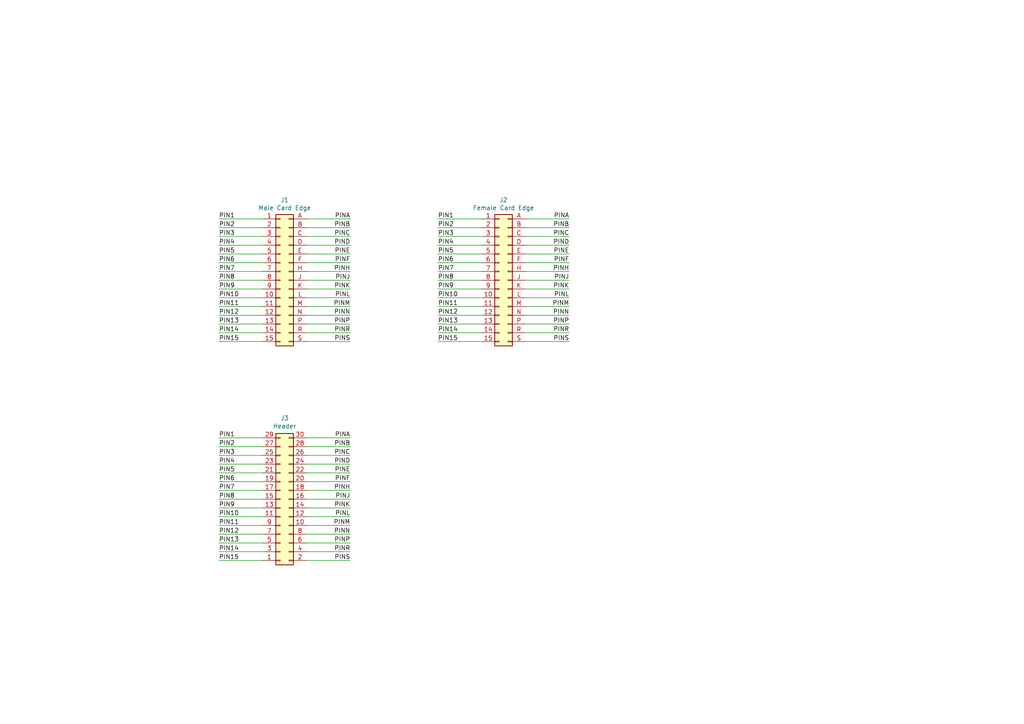
<source format=kicad_sch>
(kicad_sch (version 20230121) (generator eeschema)
  (paper "A4")
  (lib_symbols
    (symbol "Connector_Generic:Conn_02x15_Odd_Even" (pin_names (offset 1.016) hide)
      (property "Reference" "J" (at 1.27 20.32 0))
      (property "Value" "Conn_02x15_Odd_Even" (at 1.27 -20.32 0))
      (symbol "Conn_02x15_Odd_Even_1_1"
        (rectangle (start -1.27 -17.653) (end 0 -17.907) (stroke (width 0.1524)))
        (rectangle (start -1.27 -15.113) (end 0 -15.367) (stroke (width 0.1524)))
        (rectangle (start -1.27 -12.573) (end 0 -12.827) (stroke (width 0.1524)))
        (rectangle (start -1.27 -10.033) (end 0 -10.287) (stroke (width 0.1524)))
        (rectangle (start -1.27 -7.493) (end 0 -7.747) (stroke (width 0.1524)))
        (rectangle (start -1.27 -4.953) (end 0 -5.207) (stroke (width 0.1524)))
        (rectangle (start -1.27 -2.413) (end 0 -2.667) (stroke (width 0.1524)))
        (rectangle (start -1.27 0.127) (end 0 -0.127) (stroke (width 0.1524)))
        (rectangle (start -1.27 2.667) (end 0 2.413) (stroke (width 0.1524)))
        (rectangle (start -1.27 5.207) (end 0 4.953) (stroke (width 0.1524)))
        (rectangle (start -1.27 7.747) (end 0 7.493) (stroke (width 0.1524)))
        (rectangle (start -1.27 10.287) (end 0 10.033) (stroke (width 0.1524)))
        (rectangle (start -1.27 12.827) (end 0 12.573) (stroke (width 0.1524)))
        (rectangle (start -1.27 15.367) (end 0 15.113) (stroke (width 0.1524)))
        (rectangle (start -1.27 17.907) (end 0 17.653) (stroke (width 0.1524)))
        (rectangle (start -1.27 19.05) (end 3.81 -19.05) (stroke (width 0.254)) (fill (type background)))
        (rectangle (start 3.81 -17.653) (end 2.54 -17.907) (stroke (width 0.1524)))
        (rectangle (start 3.81 -15.113) (end 2.54 -15.367) (stroke (width 0.1524)))
        (rectangle (start 3.81 -12.573) (end 2.54 -12.827) (stroke (width 0.1524)))
        (rectangle (start 3.81 -10.033) (end 2.54 -10.287) (stroke (width 0.1524)))
        (rectangle (start 3.81 -7.493) (end 2.54 -7.747) (stroke (width 0.1524)))
        (rectangle (start 3.81 -4.953) (end 2.54 -5.207) (stroke (width 0.1524)))
        (rectangle (start 3.81 -2.413) (end 2.54 -2.667) (stroke (width 0.1524)))
        (rectangle (start 3.81 0.127) (end 2.54 -0.127) (stroke (width 0.1524)))
        (rectangle (start 3.81 2.667) (end 2.54 2.413) (stroke (width 0.1524)))
        (rectangle (start 3.81 5.207) (end 2.54 4.953) (stroke (width 0.1524)))
        (rectangle (start 3.81 7.747) (end 2.54 7.493) (stroke (width 0.1524)))
        (rectangle (start 3.81 10.287) (end 2.54 10.033) (stroke (width 0.1524)))
        (rectangle (start 3.81 12.827) (end 2.54 12.573) (stroke (width 0.1524)))
        (rectangle (start 3.81 15.367) (end 2.54 15.113) (stroke (width 0.1524)))
        (rectangle (start 3.81 17.907) (end 2.54 17.653) (stroke (width 0.1524)))
        (pin passive line (at -5.08 17.78 0) (length 3.81) (name "Pin_1") (number "1"))
        (pin passive line (at 7.62 7.62 180) (length 3.81) (name "Pin_10") (number "10"))
        (pin passive line (at -5.08 5.08 0) (length 3.81) (name "Pin_11") (number "11"))
        (pin passive line (at 7.62 5.08 180) (length 3.81) (name "Pin_12") (number "12"))
        (pin passive line (at -5.08 2.54 0) (length 3.81) (name "Pin_13") (number "13"))
        (pin passive line (at 7.62 2.54 180) (length 3.81) (name "Pin_14") (number "14"))
        (pin passive line (at -5.08 0 0) (length 3.81) (name "Pin_15") (number "15"))
        (pin passive line (at 7.62 0 180) (length 3.81) (name "Pin_16") (number "16"))
        (pin passive line (at -5.08 -2.54 0) (length 3.81) (name "Pin_17") (number "17"))
        (pin passive line (at 7.62 -2.54 180) (length 3.81) (name "Pin_18") (number "18"))
        (pin passive line (at -5.08 -5.08 0) (length 3.81) (name "Pin_19") (number "19"))
        (pin passive line (at 7.62 17.78 180) (length 3.81) (name "Pin_2") (number "2"))
        (pin passive line (at 7.62 -5.08 180) (length 3.81) (name "Pin_20") (number "20"))
        (pin passive line (at -5.08 -7.62 0) (length 3.81) (name "Pin_21") (number "21"))
        (pin passive line (at 7.62 -7.62 180) (length 3.81) (name "Pin_22") (number "22"))
        (pin passive line (at -5.08 -10.16 0) (length 3.81) (name "Pin_23") (number "23"))
        (pin passive line (at 7.62 -10.16 180) (length 3.81) (name "Pin_24") (number "24"))
        (pin passive line (at -5.08 -12.7 0) (length 3.81) (name "Pin_25") (number "25"))
        (pin passive line (at 7.62 -12.7 180) (length 3.81) (name "Pin_26") (number "26"))
        (pin passive line (at -5.08 -15.24 0) (length 3.81) (name "Pin_27") (number "27"))
        (pin passive line (at 7.62 -15.24 180) (length 3.81) (name "Pin_28") (number "28"))
        (pin passive line (at -5.08 -17.78 0) (length 3.81) (name "Pin_29") (number "29"))
        (pin passive line (at -5.08 15.24 0) (length 3.81) (name "Pin_3") (number "3"))
        (pin passive line (at 7.62 -17.78 180) (length 3.81) (name "Pin_30") (number "30"))
        (pin passive line (at 7.62 15.24 180) (length 3.81) (name "Pin_4") (number "4"))
        (pin passive line (at -5.08 12.7 0) (length 3.81) (name "Pin_5") (number "5"))
        (pin passive line (at 7.62 12.7 180) (length 3.81) (name "Pin_6") (number "6"))
        (pin passive line (at -5.08 10.16 0) (length 3.81) (name "Pin_7") (number "7"))
        (pin passive line (at 7.62 10.16 180) (length 3.81) (name "Pin_8") (number "8"))
        (pin passive line (at -5.08 7.62 0) (length 3.81) (name "Pin_9") (number "9"))
      )
    )
    (symbol "extensioncard-rescue:Conn_02x15_Wang2200-Wang2200" (pin_names (offset 1.016) hide)
      (property "Reference" "J" (at 1.27 20.32 0))
      (property "Value" "Wang2200_Conn_02x15_Wang2200" (at 1.27 -20.32 0))
      (symbol "Conn_02x15_Wang2200-Wang2200_1_1"
        (rectangle (start -1.27 -17.653) (end 0 -17.907) (stroke (width 0.1524)))
        (rectangle (start -1.27 -15.113) (end 0 -15.367) (stroke (width 0.1524)))
        (rectangle (start -1.27 -12.573) (end 0 -12.827) (stroke (width 0.1524)))
        (rectangle (start -1.27 -10.033) (end 0 -10.287) (stroke (width 0.1524)))
        (rectangle (start -1.27 -7.493) (end 0 -7.747) (stroke (width 0.1524)))
        (rectangle (start -1.27 -4.953) (end 0 -5.207) (stroke (width 0.1524)))
        (rectangle (start -1.27 -2.413) (end 0 -2.667) (stroke (width 0.1524)))
        (rectangle (start -1.27 0.127) (end 0 -0.127) (stroke (width 0.1524)))
        (rectangle (start -1.27 2.667) (end 0 2.413) (stroke (width 0.1524)))
        (rectangle (start -1.27 5.207) (end 0 4.953) (stroke (width 0.1524)))
        (rectangle (start -1.27 7.747) (end 0 7.493) (stroke (width 0.1524)))
        (rectangle (start -1.27 10.287) (end 0 10.033) (stroke (width 0.1524)))
        (rectangle (start -1.27 12.827) (end 0 12.573) (stroke (width 0.1524)))
        (rectangle (start -1.27 15.367) (end 0 15.113) (stroke (width 0.1524)))
        (rectangle (start -1.27 17.907) (end 0 17.653) (stroke (width 0.1524)))
        (rectangle (start -1.27 19.05) (end 3.81 -19.05) (stroke (width 0.254)) (fill (type background)))
        (rectangle (start 3.81 -17.653) (end 2.54 -17.907) (stroke (width 0.1524)))
        (rectangle (start 3.81 -15.113) (end 2.54 -15.367) (stroke (width 0.1524)))
        (rectangle (start 3.81 -12.573) (end 2.54 -12.827) (stroke (width 0.1524)))
        (rectangle (start 3.81 -10.033) (end 2.54 -10.287) (stroke (width 0.1524)))
        (rectangle (start 3.81 -7.493) (end 2.54 -7.747) (stroke (width 0.1524)))
        (rectangle (start 3.81 -4.953) (end 2.54 -5.207) (stroke (width 0.1524)))
        (rectangle (start 3.81 -2.413) (end 2.54 -2.667) (stroke (width 0.1524)))
        (rectangle (start 3.81 0.127) (end 2.54 -0.127) (stroke (width 0.1524)))
        (rectangle (start 3.81 2.667) (end 2.54 2.413) (stroke (width 0.1524)))
        (rectangle (start 3.81 5.207) (end 2.54 4.953) (stroke (width 0.1524)))
        (rectangle (start 3.81 7.747) (end 2.54 7.493) (stroke (width 0.1524)))
        (rectangle (start 3.81 10.287) (end 2.54 10.033) (stroke (width 0.1524)))
        (rectangle (start 3.81 12.827) (end 2.54 12.573) (stroke (width 0.1524)))
        (rectangle (start 3.81 15.367) (end 2.54 15.113) (stroke (width 0.1524)))
        (rectangle (start 3.81 17.907) (end 2.54 17.653) (stroke (width 0.1524)))
        (pin passive line (at -5.08 17.78 0) (length 3.81) (name "1") (number "1"))
        (pin passive line (at -5.08 -5.08 0) (length 3.81) (name "10") (number "10"))
        (pin passive line (at -5.08 -7.62 0) (length 3.81) (name "11") (number "11"))
        (pin passive line (at -5.08 -10.16 0) (length 3.81) (name "12") (number "12"))
        (pin passive line (at -5.08 -12.7 0) (length 3.81) (name "13") (number "13"))
        (pin passive line (at -5.08 -15.24 0) (length 3.81) (name "14") (number "14"))
        (pin passive line (at -5.08 -17.78 0) (length 3.81) (name "15") (number "15"))
        (pin passive line (at -5.08 15.24 0) (length 3.81) (name "2") (number "2"))
        (pin passive line (at -5.08 12.7 0) (length 3.81) (name "3") (number "3"))
        (pin passive line (at -5.08 10.16 0) (length 3.81) (name "4") (number "4"))
        (pin passive line (at -5.08 7.62 0) (length 3.81) (name "5") (number "5"))
        (pin passive line (at -5.08 5.08 0) (length 3.81) (name "6") (number "6"))
        (pin passive line (at -5.08 2.54 0) (length 3.81) (name "7") (number "7"))
        (pin passive line (at -5.08 0 0) (length 3.81) (name "8") (number "8"))
        (pin passive line (at -5.08 -2.54 0) (length 3.81) (name "9") (number "9"))
        (pin passive line (at 7.62 17.78 180) (length 3.81) (name "A") (number "A"))
        (pin passive line (at 7.62 15.24 180) (length 3.81) (name "B") (number "B"))
        (pin passive line (at 7.62 12.7 180) (length 3.81) (name "C") (number "C"))
        (pin passive line (at 7.62 10.16 180) (length 3.81) (name "D") (number "D"))
        (pin passive line (at 7.62 7.62 180) (length 3.81) (name "E") (number "E"))
        (pin passive line (at 7.62 5.08 180) (length 3.81) (name "G") (number "F"))
        (pin passive line (at 7.62 2.54 180) (length 3.81) (name "H") (number "H"))
        (pin passive line (at 7.62 0 180) (length 3.81) (name "J") (number "J"))
        (pin passive line (at 7.62 -2.54 180) (length 3.81) (name "K") (number "K"))
        (pin passive line (at 7.62 -5.08 180) (length 3.81) (name "L") (number "L"))
        (pin passive line (at 7.62 -7.62 180) (length 3.81) (name "M") (number "M"))
        (pin passive line (at 7.62 -10.16 180) (length 3.81) (name "N") (number "N"))
        (pin passive line (at 7.62 -12.7 180) (length 3.81) (name "P") (number "P"))
        (pin passive line (at 7.62 -15.24 180) (length 3.81) (name "R") (number "R"))
        (pin passive line (at 7.62 -17.78 180) (length 3.81) (name "S") (number "S"))
      )
    )
  )
  (wire (pts (xy 63.5 149.86) (xy 76.2 149.86)))
  (wire (pts (xy 63.5 139.7) (xy 76.2 139.7)))
  (wire (pts (xy 127 71.12) (xy 139.7 71.12)))
  (wire (pts (xy 127 88.9) (xy 139.7 88.9)))
  (wire (pts (xy 101.6 127) (xy 88.9 127)))
  (wire (pts (xy 63.5 66.04) (xy 76.2 66.04)))
  (wire (pts (xy 63.5 132.08) (xy 76.2 132.08)))
  (wire (pts (xy 101.6 149.86) (xy 88.9 149.86)))
  (wire (pts (xy 127 76.2) (xy 139.7 76.2)))
  (wire (pts (xy 101.6 96.52) (xy 88.9 96.52)))
  (wire (pts (xy 165.1 83.82) (xy 152.4 83.82)))
  (wire (pts (xy 63.5 160.02) (xy 76.2 160.02)))
  (wire (pts (xy 101.6 66.04) (xy 88.9 66.04)))
  (wire (pts (xy 165.1 71.12) (xy 152.4 71.12)))
  (wire (pts (xy 101.6 129.54) (xy 88.9 129.54)))
  (wire (pts (xy 127 73.66) (xy 139.7 73.66)))
  (wire (pts (xy 63.5 81.28) (xy 76.2 81.28)))
  (wire (pts (xy 101.6 132.08) (xy 88.9 132.08)))
  (wire (pts (xy 127 86.36) (xy 139.7 86.36)))
  (wire (pts (xy 101.6 152.4) (xy 88.9 152.4)))
  (wire (pts (xy 101.6 99.06) (xy 88.9 99.06)))
  (wire (pts (xy 127 63.5) (xy 139.7 63.5)))
  (wire (pts (xy 127 91.44) (xy 139.7 91.44)))
  (wire (pts (xy 101.6 154.94) (xy 88.9 154.94)))
  (wire (pts (xy 165.1 96.52) (xy 152.4 96.52)))
  (wire (pts (xy 63.5 157.48) (xy 76.2 157.48)))
  (wire (pts (xy 127 83.82) (xy 139.7 83.82)))
  (wire (pts (xy 101.6 86.36) (xy 88.9 86.36)))
  (wire (pts (xy 165.1 63.5) (xy 152.4 63.5)))
  (wire (pts (xy 101.6 91.44) (xy 88.9 91.44)))
  (wire (pts (xy 101.6 81.28) (xy 88.9 81.28)))
  (wire (pts (xy 101.6 63.5) (xy 88.9 63.5)))
  (wire (pts (xy 63.5 154.94) (xy 76.2 154.94)))
  (wire (pts (xy 165.1 88.9) (xy 152.4 88.9)))
  (wire (pts (xy 101.6 157.48) (xy 88.9 157.48)))
  (wire (pts (xy 101.6 160.02) (xy 88.9 160.02)))
  (wire (pts (xy 101.6 144.78) (xy 88.9 144.78)))
  (wire (pts (xy 101.6 68.58) (xy 88.9 68.58)))
  (wire (pts (xy 101.6 78.74) (xy 88.9 78.74)))
  (wire (pts (xy 63.5 91.44) (xy 76.2 91.44)))
  (wire (pts (xy 63.5 83.82) (xy 76.2 83.82)))
  (wire (pts (xy 63.5 93.98) (xy 76.2 93.98)))
  (wire (pts (xy 101.6 88.9) (xy 88.9 88.9)))
  (wire (pts (xy 101.6 76.2) (xy 88.9 76.2)))
  (wire (pts (xy 63.5 127) (xy 76.2 127)))
  (wire (pts (xy 127 93.98) (xy 139.7 93.98)))
  (wire (pts (xy 127 99.06) (xy 139.7 99.06)))
  (wire (pts (xy 127 81.28) (xy 139.7 81.28)))
  (wire (pts (xy 101.6 73.66) (xy 88.9 73.66)))
  (wire (pts (xy 127 66.04) (xy 139.7 66.04)))
  (wire (pts (xy 127 96.52) (xy 139.7 96.52)))
  (wire (pts (xy 101.6 139.7) (xy 88.9 139.7)))
  (wire (pts (xy 63.5 99.06) (xy 76.2 99.06)))
  (wire (pts (xy 63.5 142.24) (xy 76.2 142.24)))
  (wire (pts (xy 165.1 91.44) (xy 152.4 91.44)))
  (wire (pts (xy 63.5 78.74) (xy 76.2 78.74)))
  (wire (pts (xy 63.5 137.16) (xy 76.2 137.16)))
  (wire (pts (xy 63.5 162.56) (xy 76.2 162.56)))
  (wire (pts (xy 63.5 152.4) (xy 76.2 152.4)))
  (wire (pts (xy 63.5 129.54) (xy 76.2 129.54)))
  (wire (pts (xy 63.5 73.66) (xy 76.2 73.66)))
  (wire (pts (xy 127 68.58) (xy 139.7 68.58)))
  (wire (pts (xy 101.6 134.62) (xy 88.9 134.62)))
  (wire (pts (xy 101.6 137.16) (xy 88.9 137.16)))
  (wire (pts (xy 63.5 86.36) (xy 76.2 86.36)))
  (wire (pts (xy 165.1 78.74) (xy 152.4 78.74)))
  (wire (pts (xy 63.5 134.62) (xy 76.2 134.62)))
  (wire (pts (xy 101.6 83.82) (xy 88.9 83.82)))
  (wire (pts (xy 165.1 76.2) (xy 152.4 76.2)))
  (wire (pts (xy 165.1 93.98) (xy 152.4 93.98)))
  (wire (pts (xy 165.1 99.06) (xy 152.4 99.06)))
  (wire (pts (xy 165.1 86.36) (xy 152.4 86.36)))
  (wire (pts (xy 165.1 81.28) (xy 152.4 81.28)))
  (wire (pts (xy 101.6 93.98) (xy 88.9 93.98)))
  (wire (pts (xy 101.6 147.32) (xy 88.9 147.32)))
  (wire (pts (xy 165.1 73.66) (xy 152.4 73.66)))
  (wire (pts (xy 63.5 71.12) (xy 76.2 71.12)))
  (wire (pts (xy 63.5 68.58) (xy 76.2 68.58)))
  (wire (pts (xy 63.5 144.78) (xy 76.2 144.78)))
  (wire (pts (xy 63.5 76.2) (xy 76.2 76.2)))
  (wire (pts (xy 165.1 68.58) (xy 152.4 68.58)))
  (wire (pts (xy 63.5 96.52) (xy 76.2 96.52)))
  (wire (pts (xy 101.6 71.12) (xy 88.9 71.12)))
  (wire (pts (xy 63.5 88.9) (xy 76.2 88.9)))
  (wire (pts (xy 63.5 63.5) (xy 76.2 63.5)))
  (wire (pts (xy 101.6 162.56) (xy 88.9 162.56)))
  (wire (pts (xy 165.1 66.04) (xy 152.4 66.04)))
  (wire (pts (xy 63.5 147.32) (xy 76.2 147.32)))
  (wire (pts (xy 101.6 142.24) (xy 88.9 142.24)))
  (wire (pts (xy 127 78.74) (xy 139.7 78.74)))
  (label "PIN5" (at 63.5 137.16 0))
  (label "PIN1" (at 63.5 127 0))
  (label "PIN1" (at 127 63.5 0))
  (label "PIN4" (at 127 71.12 0))
  (label "PINF" (at 165.1 76.2 180))
  (label "PINL" (at 165.1 86.36 180))
  (label "PIN15" (at 63.5 99.06 0))
  (label "PINF" (at 101.6 139.7 180))
  (label "PINH" (at 101.6 142.24 180))
  (label "PIN10" (at 127 86.36 0))
  (label "PIN13" (at 63.5 93.98 0))
  (label "PINB" (at 165.1 66.04 180))
  (label "PIN14" (at 127 96.52 0))
  (label "PINS" (at 101.6 162.56 180))
  (label "PIN14" (at 63.5 160.02 0))
  (label "PINC" (at 101.6 132.08 180))
  (label "PINM" (at 165.1 88.9 180))
  (label "PIN11" (at 63.5 88.9 0))
  (label "PIN14" (at 63.5 96.52 0))
  (label "PINN" (at 165.1 91.44 180))
  (label "PIN3" (at 63.5 68.58 0))
  (label "PINR" (at 101.6 96.52 180))
  (label "PIN2" (at 127 66.04 0))
  (label "PIN3" (at 127 68.58 0))
  (label "PIN10" (at 63.5 86.36 0))
  (label "PINP" (at 101.6 157.48 180))
  (label "PINR" (at 165.1 96.52 180))
  (label "PIN5" (at 127 73.66 0))
  (label "PIN13" (at 63.5 157.48 0))
  (label "PINC" (at 101.6 68.58 180))
  (label "PIN12" (at 127 91.44 0))
  (label "PIN2" (at 63.5 129.54 0))
  (label "PINN" (at 101.6 91.44 180))
  (label "PIN3" (at 63.5 132.08 0))
  (label "PIN15" (at 63.5 162.56 0))
  (label "PINJ" (at 101.6 81.28 180))
  (label "PIND" (at 101.6 134.62 180))
  (label "PINE" (at 101.6 137.16 180))
  (label "PIN11" (at 63.5 152.4 0))
  (label "PIN4" (at 63.5 71.12 0))
  (label "PINA" (at 101.6 127 180))
  (label "PIN9" (at 63.5 83.82 0))
  (label "PIN1" (at 63.5 63.5 0))
  (label "PIN8" (at 63.5 144.78 0))
  (label "PIN8" (at 63.5 81.28 0))
  (label "PINE" (at 101.6 73.66 180))
  (label "PIN15" (at 127 99.06 0))
  (label "PINA" (at 165.1 63.5 180))
  (label "PIN6" (at 63.5 76.2 0))
  (label "PIN11" (at 127 88.9 0))
  (label "PINP" (at 101.6 93.98 180))
  (label "PINM" (at 101.6 152.4 180))
  (label "PINK" (at 101.6 147.32 180))
  (label "PINS" (at 165.1 99.06 180))
  (label "PINM" (at 101.6 88.9 180))
  (label "PIN6" (at 127 76.2 0))
  (label "PIN7" (at 63.5 142.24 0))
  (label "PINL" (at 101.6 149.86 180))
  (label "PINJ" (at 165.1 81.28 180))
  (label "PIN10" (at 63.5 149.86 0))
  (label "PIN12" (at 63.5 91.44 0))
  (label "PIN12" (at 63.5 154.94 0))
  (label "PINJ" (at 101.6 144.78 180))
  (label "PINF" (at 101.6 76.2 180))
  (label "PIN8" (at 127 81.28 0))
  (label "PINR" (at 101.6 160.02 180))
  (label "PINE" (at 165.1 73.66 180))
  (label "PINH" (at 101.6 78.74 180))
  (label "PINH" (at 165.1 78.74 180))
  (label "PINC" (at 165.1 68.58 180))
  (label "PINP" (at 165.1 93.98 180))
  (label "PIN4" (at 63.5 134.62 0))
  (label "PIN13" (at 127 93.98 0))
  (label "PINK" (at 165.1 83.82 180))
  (label "PINA" (at 101.6 63.5 180))
  (label "PIN7" (at 127 78.74 0))
  (label "PINB" (at 101.6 66.04 180))
  (label "PINN" (at 101.6 154.94 180))
  (label "PINL" (at 101.6 86.36 180))
  (label "PIND" (at 165.1 71.12 180))
  (label "PINB" (at 101.6 129.54 180))
  (label "PIND" (at 101.6 71.12 180))
  (label "PIN5" (at 63.5 73.66 0))
  (label "PIN6" (at 63.5 139.7 0))
  (label "PIN9" (at 63.5 147.32 0))
  (label "PIN2" (at 63.5 66.04 0))
  (label "PIN7" (at 63.5 78.74 0))
  (label "PINK" (at 101.6 83.82 180))
  (label "PINS" (at 101.6 99.06 180))
  (label "PIN9" (at 127 83.82 0))
  (symbol (lib_id "extensioncard-rescue:Conn_02x15_Wang2200-Wang2200") (at 81.28 81.28 0) (unit 1)
    (property "Reference" "J1" (at 82.55 57.9882 0))
    (property "Value" "Male Card Edge" (at 82.55 60.2996 0))
    (property "Footprint" "Wang2200:Wang2200_02x15_CardEdge" (effects hide))
  )
  (symbol (lib_id "extensioncard-rescue:Conn_02x15_Wang2200-Wang2200") (at 144.78 81.28 0) (unit 1)
    (property "Reference" "J2" (at 146.05 57.9882 0))
    (property "Value" "Female Card Edge" (at 146.05 60.2996 0))
    (property "Footprint" "Wang2200:Wang2200_02x15_Connector" (effects hide))
  )
  (symbol (lib_id "Connector_Generic:Conn_02x15_Odd_Even") (at 81.28 144.78 0) (mirror x) (unit 1)
    (property "Reference" "J3" (at 82.55 121.285 0))
    (property "Value" "Header" (at 82.55 123.5964 0))
    (property "Footprint" "Connector_PinHeader_2.54mm:PinHeader_2x15_P2.54mm_Vertical" (effects hide))
  )
)
</source>
